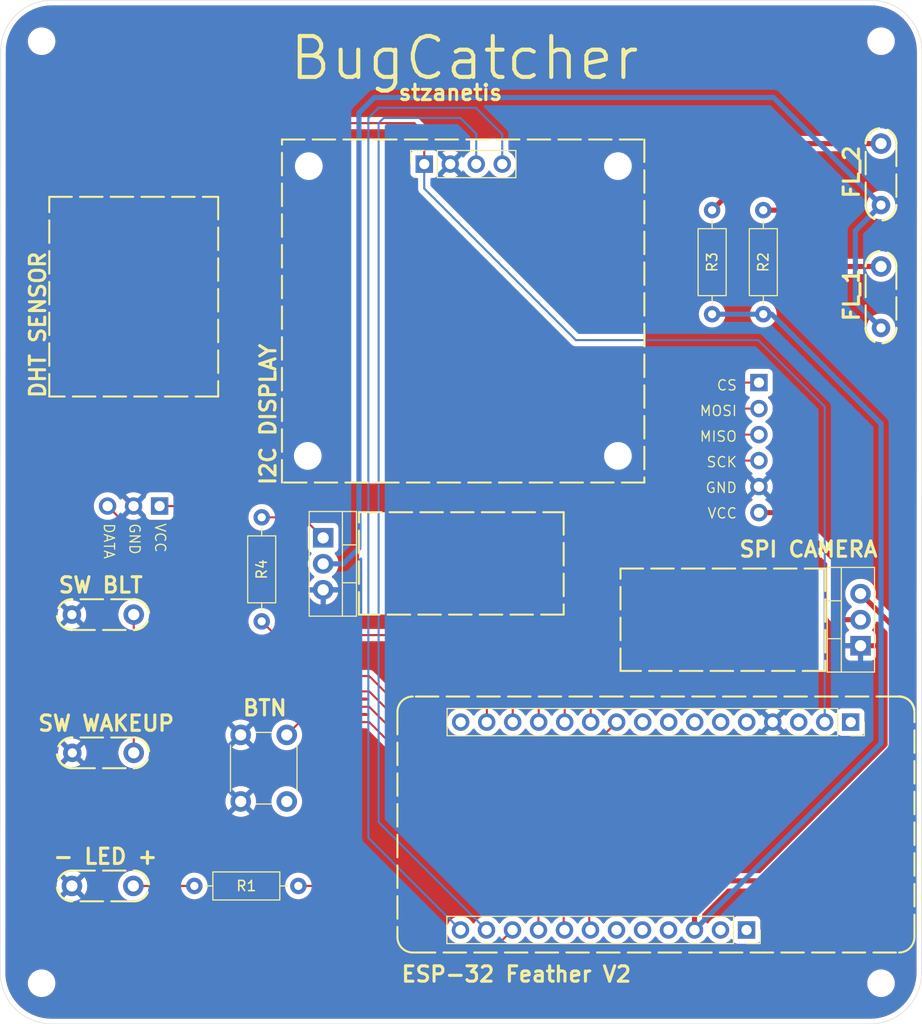
<source format=kicad_pcb>
(kicad_pcb (version 20241229) (generator "pcbnew") (generator_version "9.0")
  (layers (0 "F.Cu" signal) (2 "B.Cu" signal) (13 "F.Paste" user) (15 "B.Paste" user) (5 "F.SilkS" user "F.Silkscreen") (7 "B.SilkS" user "B.Silkscreen") (1 "F.Mask" user) (3 "B.Mask" user) (25 "Edge.Cuts" user))
  (net 0 "")
  (net 1 "GND")
  (net 2 "VCC")
  (net 3 "SCK")
  (net 4 "MISO")
  (net 5 "MOSI")
  (net 6 "CS")
  (net 7 "DATA")
  (net 8 "SCL")
  (net 9 "SDA")
  (net 10 "LED")
  (net 11 "SW_WAKEUP")
  (net 12 "SW_BLT")
  (net 13 "BTN_MEASURE")
  (net 14 "FLASH")
  (net 15 "FLASH_0")
  (net 16 "DRAIN")
  (net 17 "GATE")
  (net 18 "LED_0")
  (net 19 "VIN")
  (net 20 "GATE_0")
  (net 21 "CAMERA_VCC")
  (footprint "MountingHole:MountingHole_2.2mm_M2" (layer "F.Cu") (at 139.1 60.7)
    (property "Reference" "REF**" (hide yes))
    (property "Value" "MountingHole_2.2mm_M2" (hide yes))
    (pad "" np_thru_hole circle (at 0 0) (size 2.2 2.2) (drill 2.2) (layers "*.Cu" "*.Mask"))
  )
  (footprint "Package_TO_SOT_THT:TO-220-3_Vertical" (layer "F.Cu") (at 140.5 97 -90)
    (property "Reference" "Q2" (hide yes))
    (property "Value" "TIP120" (hide yes))
    (fp_line (start -2.57 1.36) (end -2.57 -3.26) (stroke (width 0.12)) (layer "F.SilkS"))
    (fp_line (start 7.65 1.36) (end -2.57 1.36) (stroke (width 0.12)) (layer "F.SilkS"))
    (fp_line (start -2.57 -1.88) (end 7.65 -1.88) (stroke (width 0.12)) (layer "F.SilkS"))
    (fp_line (start -2.57 -3.26) (end 7.65 -3.26) (stroke (width 0.12)) (layer "F.SilkS"))
    (fp_line (start 0.69 -3.26) (end 0.69 -1.88) (stroke (width 0.12)) (layer "F.SilkS"))
    (fp_line (start 4.39 -3.26) (end 4.39 -1.88) (stroke (width 0.12)) (layer "F.SilkS"))
    (fp_line (start 7.65 -3.26) (end 7.65 1.36) (stroke (width 0.12)) (layer "F.SilkS"))
    (pad "1" thru_hole rect (at 0 0 270) (size 1.905 2) (drill 1.1) (layers "*.Cu" "*.Mask") (net 20 "GATE_0"))
    (pad "2" thru_hole oval (at 2.54 0 270) (size 1.905 2) (drill 1.1) (layers "*.Cu" "*.Mask") (net 16 "DRAIN"))
    (pad "3" thru_hole oval (at 5.08 0 270) (size 1.905 2) (drill 1.1) (layers "*.Cu" "*.Mask") (net 1 "GND"))
  )
  (footprint "" (layer "F.Cu") (at 116 118)
    (property "Reference" "" (at 0 0 0) (layer "F.SilkS") (effects (font (size 1.27 1.27))))
    (property "Value" "")
    (pad "2" thru_hole circle (at 0 0 270) (size 1.8 1.8) (drill 0.9) (layers "*.Cu" "*.Mask") (net 1 "GND"))
  )
  (footprint "" (layer "F.Cu") (at 121.96 131)
    (property "Reference" "" (at 0 0 0) (layer "F.SilkS") (effects (font (size 1.27 1.27))))
    (property "Value" "")
    (pad "1" thru_hole circle (at 0 0) (size 2 2) (drill 1.1) (layers "*.Cu" "*.Mask") (net 18 "LED_0"))
  )
  (footprint "" (layer "F.Cu") (at 195 76.5 90)
    (property "Reference" "" (at 0 0 90) (layer "F.SilkS") (effects (font (size 1.27 1.27))))
    (property "Value" "")
    (pad "2" thru_hole circle (at 0 0) (size 1.8 1.8) (drill 0.9) (layers "*.Cu" "*.Mask") (net 16 "DRAIN"))
  )
  (footprint "MountingHole:MountingHole_2.2mm_M2_DIN965" (layer "F.Cu") (at 113 48.5)
    (property "Reference" "REF**" (hide yes))
    (property "Value" "MountingHole_2.2mm_M2_DIN965" (hide yes))
    (pad "" np_thru_hole circle (at 0 0) (size 2.2 2.2) (drill 2.2) (layers "*.Cu" "*.Mask"))
  )
  (footprint "Package_TO_SOT_THT:TO-220-3_Vertical" (layer "F.Cu") (at 193 107.54 90)
    (property "Reference" "REF**" (hide yes))
    (property "Value" "LD1117" (hide yes))
    (fp_line (start 7.65 -3.26) (end 7.65 1.36) (stroke (width 0.12)) (layer "F.SilkS"))
    (fp_line (start 4.39 -3.26) (end 4.39 -1.88) (stroke (width 0.12)) (layer "F.SilkS"))
    (fp_line (start 0.69 -3.26) (end 0.69 -1.88) (stroke (width 0.12)) (layer "F.SilkS"))
    (fp_line (start -2.57 -3.26) (end 7.65 -3.26) (stroke (width 0.12)) (layer "F.SilkS"))
    (fp_line (start -2.57 -1.88) (end 7.65 -1.88) (stroke (width 0.12)) (layer "F.SilkS"))
    (fp_line (start 7.65 1.36) (end -2.57 1.36) (stroke (width 0.12)) (layer "F.SilkS"))
    (fp_line (start -2.57 1.36) (end -2.57 -3.26) (stroke (width 0.12)) (layer "F.SilkS"))
    (pad "1" thru_hole rect (at 0 0 90) (size 1.905 2) (drill 1.1) (layers "*.Cu" "*.Mask") (net 1 "GND"))
    (pad "2" thru_hole oval (at 2.54 0 90) (size 1.905 2) (drill 1.1) (layers "*.Cu" "*.Mask") (net 21 "CAMERA_VCC"))
    (pad "3" thru_hole oval (at 5.08 0 90) (size 1.905 2) (drill 1.1) (layers "*.Cu" "*.Mask") (net 19 "VIN"))
  )
  (footprint "MountingHole:MountingHole_2.2mm_M2" (layer "F.Cu") (at 169.3 89)
    (property "Reference" "REF**" (hide yes))
    (property "Value" "MountingHole_2.2mm_M2" (hide yes))
    (pad "" np_thru_hole circle (at 0 0) (size 2.2 2.2) (drill 2.2) (layers "*.Cu" "*.Mask"))
  )
  (footprint "Resistor_THT:R_Axial_DIN0207_L6.3mm_D2.5mm_P10.16mm_Horizontal" (layer "F.Cu") (at 178.5 65 -90)
    (property "Reference" "REF**" (hide yes))
    (property "Value" "R_Axial_DIN0207_L6.3mm_D2.5mm_P10.16mm_Horizontal" (hide yes))
    (fp_line (start 1.04 0) (end 1.81 0) (stroke (width 0.12)) (layer "F.SilkS"))
    (fp_line (start 9.12 0) (end 8.35 0) (stroke (width 0.12)) (layer "F.SilkS"))
    (fp_rect (start 1.81 -1.37) (end 8.35 1.37) (stroke (width 0.12)) (fill no) (layer "F.SilkS"))
    (fp_text user "R3" (at 5.08 0 90) (layer "F.SilkS"))
    (pad "1" thru_hole circle (at 0 0 270) (size 1.6 1.6) (drill 0.8) (layers "*.Cu" "*.Mask") (net 15 "FLASH_0"))
    (pad "2" thru_hole circle (at 10.16 0 270) (size 1.6 1.6) (drill 0.8) (layers "*.Cu" "*.Mask") (net 19 "VIN"))
  )
  (footprint "" (layer "F.Cu") (at 115.96 131)
    (property "Reference" "" (at 0 0 0) (layer "F.SilkS") (effects (font (size 1.27 1.27))))
    (property "Value" "")
    (pad "2" thru_hole circle (at 0 0) (size 2 2) (drill 1.1) (layers "*.Cu" "*.Mask") (net 1 "GND"))
  )
  (footprint "Button_Switch_THT:SW_PUSH_6mm" (layer "F.Cu") (at 136.95 116.25 -90)
    (property "Reference" "REF**" (hide yes))
    (property "Value" "BTN_BLT" (hide yes))
    (fp_line (start 1 5.5) (end 5.5 5.5) (stroke (width 0.12)) (layer "F.SilkS"))
    (fp_line (start 6.75 3) (end 6.75 1.5) (stroke (width 0.12)) (layer "F.SilkS"))
    (fp_line (start -0.25 1.5) (end -0.25 3) (stroke (width 0.12)) (layer "F.SilkS"))
    (fp_line (start 5.5 -1) (end 1 -1) (stroke (width 0.12)) (layer "F.SilkS"))
    (pad "1" thru_hole circle (at 0 0) (size 2 2) (drill 1.1) (layers "*.Cu" "*.Mask") (net 13 "BTN_MEASURE"))
    (pad "1" thru_hole circle (at 6.5 0) (size 2 2) (drill 1.1) (layers "*.Cu" "*.Mask"))
    (pad "2" thru_hole circle (at 0 4.5) (size 2 2) (drill 1.1) (layers "*.Cu" "*.Mask") (net 1 "GND"))
    (pad "2" thru_hole circle (at 6.5 4.5) (size 2 2) (drill 1.1) (layers "*.Cu" "*.Mask") (net 1 "GND"))
  )
  (footprint "" (layer "F.Cu") (at 115.96 104.5)
    (property "Reference" "" (at 0 0 0) (layer "F.SilkS") (effects (font (size 1.27 1.27))))
    (property "Value" "")
    (pad "2" thru_hole circle (at 0 0 270) (size 1.8 1.8) (drill 0.9) (layers "*.Cu" "*.Mask") (net 1 "GND"))
  )
  (footprint "Connector_PinSocket_2.54mm:PinSocket_1x03_P2.54mm_Horizontal" (layer "F.Cu") (at 124.525 93.9 -90)
    (property "Reference" "REF**" (hide yes))
    (property "Value" "PinSocket_1x03_P2.54mm_Horizontal" (hide yes))
    (pad "1" thru_hole rect (at 0 0 270) (size 1.7 1.7) (drill 1) (layers "*.Cu" "*.Mask") (net 2 "VCC"))
    (pad "2" thru_hole circle (at 0 2.54 270) (size 1.7 1.7) (drill 1) (layers "*.Cu" "*.Mask") (net 1 "GND"))
    (pad "3" thru_hole circle (at 0 5.08 270) (size 1.7 1.7) (drill 1) (layers "*.Cu" "*.Mask") (net 7 "DATA"))
  )
  (footprint "MountingHole:MountingHole_2.2mm_M2_DIN965" (layer "F.Cu") (at 113 140.5)
    (property "Reference" "REF**" (hide yes))
    (property "Value" "MountingHole_2.2mm_M2_DIN965" (hide yes))
    (pad "" np_thru_hole circle (at 0 0) (size 2.2 2.2) (drill 2.2) (layers "*.Cu" "*.Mask"))
  )
  (footprint "Connector_PinSocket_2.54mm:PinSocket_1x16_P2.54mm_Vertical" (layer "F.Cu") (at 192.04 115 -90)
    (property "Reference" "REF**" (hide yes))
    (property "Value" "PinSocket_1x16_P2.54mm_Vertical" (hide yes))
    (fp_line (start -1.33 39.43) (end 1.33 39.43) (stroke (width 0.12)) (layer "F.SilkS"))
    (fp_line (start -1.33 1.27) (end -1.33 39.43) (stroke (width 0.12)) (layer "F.SilkS"))
    (fp_line (start -1.33 1.27) (end 1.33 1.27) (stroke (width 0.12)) (layer "F.SilkS"))
    (fp_line (start 1.33 1.27) (end 1.33 39.43) (stroke (width 0.12)) (layer "F.SilkS"))
    (fp_line (start 0 -1.33) (end 1.33 -1.33) (stroke (width 0.12)) (layer "F.SilkS"))
    (fp_line (start 1.33 -1.33) (end 1.33 0) (stroke (width 0.12)) (layer "F.SilkS"))
    (pad "1" thru_hole rect (at 0 0 270) (size 1.7 1.7) (drill 1) (layers "*.Cu" "*.Mask"))
    (pad "2" thru_hole circle (at 0 2.54 270) (size 1.7 1.7) (drill 1) (layers "*.Cu" "*.Mask") (net 2 "VCC"))
    (pad "3" thru_hole circle (at 0 5.08 270) (size 1.7 1.7) (drill 1) (layers "*.Cu" "*.Mask"))
    (pad "4" thru_hole circle (at 0 7.62 270) (size 1.7 1.7) (drill 1) (layers "*.Cu" "*.Mask") (net 1 "GND"))
    (pad "5" thru_hole circle (at 0 10.16 270) (size 1.7 1.7) (drill 1) (layers "*.Cu" "*.Mask"))
    (pad "6" thru_hole circle (at 0 12.7 270) (size 1.7 1.7) (drill 1) (layers "*.Cu" "*.Mask"))
    (pad "7" thru_hole circle (at 0 15.24 270) (size 1.7 1.7) (drill 1) (layers "*.Cu" "*.Mask"))
    (pad "8" thru_hole circle (at 0 17.78 270) (size 1.7 1.7) (drill 1) (layers "*.Cu" "*.Mask"))
    (pad "9" thru_hole circle (at 0 20.32 270) (size 1.7 1.7) (drill 1) (layers "*.Cu" "*.Mask"))
    (pad "10" thru_hole circle (at 0 22.86 270) (size 1.7 1.7) (drill 1) (layers "*.Cu" "*.Mask") (net 7 "DATA"))
    (pad "11" thru_hole circle (at 0 25.4 270) (size 1.7 1.7) (drill 1) (layers "*.Cu" "*.Mask") (net 3 "SCK"))
    (pad "12" thru_hole circle (at 0 27.94 270) (size 1.7 1.7) (drill 1) (layers "*.Cu" "*.Mask") (net 4 "MISO"))
    (pad "13" thru_hole circle (at 0 30.48 270) (size 1.7 1.7) (drill 1) (layers "*.Cu" "*.Mask") (net 5 "MOSI"))
    (pad "14" thru_hole circle (at 0 33.02 270) (size 1.7 1.7) (drill 1) (layers "*.Cu" "*.Mask") (net 6 "CS"))
    (pad "15" thru_hole circle (at 0 35.56 270) (size 1.7 1.7) (drill 1) (layers "*.Cu" "*.Mask") (net 17 "GATE"))
    (pad "16" thru_hole circle (at 0 38.1 270) (size 1.7 1.7) (drill 1) (layers "*.Cu" "*.Mask"))
  )
  (footprint "Resistor_THT:R_Axial_DIN0207_L6.3mm_D2.5mm_P10.16mm_Horizontal" (layer "F.Cu") (at 183.5 65 -90)
    (property "Reference" "REF**" (hide yes))
    (property "Value" "R_Axial_DIN0207_L6.3mm_D2.5mm_P10.16mm_Horizontal" (hide yes))
    (fp_line (start 1.04 0) (end 1.81 0) (stroke (width 0.12)) (layer "F.SilkS"))
    (fp_line (start 9.12 0) (end 8.35 0) (stroke (width 0.12)) (layer "F.SilkS"))
    (fp_rect (start 1.81 -1.37) (end 8.35 1.37) (stroke (width 0.12)) (fill no) (layer "F.SilkS"))
    (fp_text user "R2" (at 5.08 0 90) (layer "F.SilkS"))
    (pad "1" thru_hole circle (at 0 0 270) (size 1.6 1.6) (drill 0.8) (layers "*.Cu" "*.Mask") (net 14 "FLASH"))
    (pad "2" thru_hole circle (at 10.16 0 270) (size 1.6 1.6) (drill 0.8) (layers "*.Cu" "*.Mask") (net 19 "VIN"))
  )
  (footprint "MountingHole:MountingHole_2.2mm_M2" (layer "F.Cu") (at 169.3 60.7)
    (property "Reference" "REF**" (hide yes))
    (property "Value" "MountingHole_2.2mm_M2" (hide yes))
    (pad "" np_thru_hole circle (at 0 0) (size 2.2 2.2) (drill 2.2) (layers "*.Cu" "*.Mask"))
  )
  (footprint "MountingHole:MountingHole_2.2mm_M2_DIN965" (layer "F.Cu") (at 195 140.5)
    (property "Reference" "REF**" (hide yes))
    (property "Value" "MountingHole_2.2mm_M2_DIN965" (hide yes))
    (pad "" np_thru_hole circle (at 0 0) (size 2.2 2.2) (drill 2.2) (layers "*.Cu" "*.Mask"))
  )
  (footprint "MountingHole:MountingHole_2.2mm_M2_DIN965" (layer "F.Cu") (at 195 48.5)
    (property "Reference" "REF**" (hide yes))
    (property "Value" "MountingHole_2.2mm_M2_DIN965" (hide yes))
    (pad "" np_thru_hole circle (at 0 0) (size 2.2 2.2) (drill 2.2) (layers "*.Cu" "*.Mask"))
  )
  (footprint "Resistor_THT:R_Axial_DIN0207_L6.3mm_D2.5mm_P10.16mm_Horizontal" (layer "F.Cu") (at 134.5 95 -90)
    (property "Reference" "REF**" (hide yes))
    (property "Value" "R_Axial_DIN0207_L6.3mm_D2.5mm_P10.16mm_Horizontal" (hide yes))
    (fp_line (start 1.04 0) (end 1.81 0) (stroke (width 0.12)) (layer "F.SilkS"))
    (fp_line (start 9.12 0) (end 8.35 0) (stroke (width 0.12)) (layer "F.SilkS"))
    (fp_rect (start 1.81 -1.37) (end 8.35 1.37) (stroke (width 0.12)) (fill no) (layer "F.SilkS"))
    (fp_text user "R4" (at 5.08 0 90) (layer "F.SilkS"))
    (pad "1" thru_hole circle (at 0 0 270) (size 1.6 1.6) (drill 0.8) (layers "*.Cu" "*.Mask") (net 20 "GATE_0"))
    (pad "2" thru_hole circle (at 10.16 0 270) (size 1.6 1.6) (drill 0.8) (layers "*.Cu" "*.Mask") (net 17 "GATE"))
  )
  (footprint "" (layer "F.Cu") (at 122 104.5)
    (property "Reference" "" (at 0 0 0) (layer "F.SilkS") (effects (font (size 1.27 1.27))))
    (property "Value" "")
    (pad "1" thru_hole circle (at 0 0) (size 2 2) (drill 1.1) (layers "*.Cu" "*.Mask") (net 12 "SW_BLT"))
  )
  (footprint "MountingHole:MountingHole_2.2mm_M2" (layer "F.Cu") (at 139 89)
    (property "Reference" "REF**" (hide yes))
    (property "Value" "MountingHole_2.2mm_M2" (hide yes))
    (pad "" np_thru_hole circle (at 0 0) (size 2.2 2.2) (drill 2.2) (layers "*.Cu" "*.Mask"))
  )
  (footprint "Resistor_THT:R_Axial_DIN0207_L6.3mm_D2.5mm_P10.16mm_Horizontal" (layer "F.Cu") (at 127.92 131)
    (property "Reference" "REF**" (hide yes))
    (property "Value" "R_Axial_DIN0207_L6.3mm_D2.5mm_P10.16mm_Horizontal" (hide yes))
    (fp_line (start 1.04 0) (end 1.81 0) (stroke (width 0.12)) (layer "F.SilkS"))
    (fp_line (start 9.12 0) (end 8.35 0) (stroke (width 0.12)) (layer "F.SilkS"))
    (fp_rect (start 1.81 -1.37) (end 8.35 1.37) (stroke (width 0.12)) (fill no) (layer "F.SilkS"))
    (fp_text user "R1" (at 5.08 0 0) (layer "F.SilkS"))
    (pad "1" thru_hole circle (at 0 0) (size 1.6 1.6) (drill 0.8) (layers "*.Cu" "*.Mask") (net 18 "LED_0"))
    (pad "2" thru_hole circle (at 10.16 0) (size 1.6 1.6) (drill 0.8) (layers "*.Cu" "*.Mask") (net 10 "LED"))
  )
  (footprint "Connector_PinSocket_2.54mm:PinSocket_1x04_P2.54mm_Vertical" (layer "F.Cu") (at 150.38 60.5 90)
    (property "Reference" "REF**" (hide yes))
    (property "Value" "PinSocket_1x04_P2.54mm_Vertical" (hide yes))
    (fp_line (start 1.33 -1.33) (end 1.33 0) (stroke (width 0.12)) (layer "F.SilkS"))
    (fp_line (start 0 -1.33) (end 1.33 -1.33) (stroke (width 0.12)) (layer "F.SilkS"))
    (fp_line (start 1.33 1.27) (end 1.33 8.95) (stroke (width 0.12)) (layer "F.SilkS"))
    (fp_line (start -1.33 1.27) (end 1.33 1.27) (stroke (width 0.12)) (layer "F.SilkS"))
    (fp_line (start -1.33 1.27) (end -1.33 8.95) (stroke (width 0.12)) (layer "F.SilkS"))
    (fp_line (start -1.33 8.95) (end 1.33 8.95) (stroke (width 0.12)) (layer "F.SilkS"))
    (pad "1" thru_hole rect (at 0 0 90) (size 1.7 1.7) (drill 1) (layers "*.Cu" "*.Mask" "Eco1.User") (net 2 "VCC"))
    (pad "2" thru_hole circle (at 0 2.54 90) (size 1.7 1.7) (drill 1) (layers "*.Cu" "*.Mask") (net 1 "GND"))
    (pad "3" thru_hole circle (at 0 5.08 90) (size 1.7 1.7) (drill 1) (layers "*.Cu" "*.Mask") (net 8 "SCL"))
    (pad "4" thru_hole circle (at 0 7.62 90) (size 1.7 1.7) (drill 1) (layers "*.Cu" "*.Mask") (net 9 "SDA"))
  )
  (footprint "" (layer "F.Cu") (at 195 70.5 90)
    (property "Reference" "" (at 0 0 90) (layer "F.SilkS") (effects (font (size 1.27 1.27))))
    (property "Value" "")
    (pad "1" thru_hole circle (at 0 0 90) (size 2 2) (drill 1.1) (layers "*.Cu" "*.Mask") (net 14 "FLASH"))
  )
  (footprint "" (layer "F.Cu") (at 122 118)
    (property "Reference" "" (at 0 0 0) (layer "F.SilkS") (effects (font (size 1.27 1.27))))
    (property "Value" "")
    (pad "1" thru_hole circle (at 0 0) (size 2 2) (drill 1.1) (layers "*.Cu" "*.Mask") (net 11 "SW_WAKEUP"))
  )
  (footprint "" (layer "F.Cu") (at 195 64.5 90)
    (property "Reference" "" (at 0 0 90) (layer "F.SilkS") (effects (font (size 1.27 1.27))))
    (property "Value" "")
    (pad "2" thru_hole circle (at 0 0) (size 1.8 1.8) (drill 0.9) (layers "*.Cu" "*.Mask") (net 16 "DRAIN"))
  )
  (footprint "Connector_PinSocket_2.54mm:PinSocket_1x12_P2.54mm_Vertical" (layer "F.Cu") (at 181.86 135.3 -90)
    (property "Reference" "REF**" (hide yes))
    (property "Value" "PinSocket_1x12_P2.54mm_Vertical" (hide yes))
    (fp_line (start -1.33 29.27) (end 1.33 29.27) (stroke (width 0.12)) (layer "F.SilkS"))
    (fp_line (start -1.33 1.27) (end -1.33 29.27) (stroke (width 0.12)) (layer "F.SilkS"))
    (fp_line (start -1.33 1.27) (end 1.33 1.27) (stroke (width 0.12)) (layer "F.SilkS"))
    (fp_line (start 1.33 1.27) (end 1.33 29.27) (stroke (width 0.12)) (layer "F.SilkS"))
    (fp_line (start 0 -1.33) (end 1.33 -1.33) (stroke (width 0.12)) (layer "F.SilkS"))
    (fp_line (start 1.33 -1.33) (end 1.33 0) (stroke (width 0.12)) (layer "F.SilkS"))
    (pad "1" thru_hole rect (at 0 0 270) (size 1.7 1.7) (drill 1) (layers "*.Cu" "*.Mask"))
    (pad "2" thru_hole circle (at 0 2.54 270) (size 1.7 1.7) (drill 1) (layers "*.Cu" "*.Mask"))
    (pad "3" thru_hole circle (at 0 5.08 270) (size 1.7 1.7) (drill 1) (layers "*.Cu" "*.Mask") (net 19 "VIN"))
    (pad "4" thru_hole circle (at 0 7.62 270) (size 1.7 1.7) (drill 1) (layers "*.Cu" "*.Mask"))
    (pad "5" thru_hole circle (at 0 10.16 270) (size 1.7 1.7) (drill 1) (layers "*.Cu" "*.Mask"))
    (pad "6" thru_hole circle (at 0 12.7 270) (size 1.7 1.7) (drill 1) (layers "*.Cu" "*.Mask"))
    (pad "7" thru_hole circle (at 0 15.24 270) (size 1.7 1.7) (drill 1) (layers "*.Cu" "*.Mask") (net 12 "SW_BLT"))
    (pad "8" thru_hole circle (at 0 17.78 270) (size 1.7 1.7) (drill 1) (layers "*.Cu" "*.Mask") (net 11 "SW_WAKEUP"))
    (pad "9" thru_hole circle (at 0 20.32 270) (size 1.7 1.7) (drill 1) (layers "*.Cu" "*.Mask") (net 13 "BTN_MEASURE"))
    (pad "10" thru_hole circle (at 0 22.86 270) (size 1.7 1.7) (drill 1) (layers "*.Cu" "*.Mask") (net 10 "LED"))
    (pad "11" thru_hole circle (at 0 25.4 270) (size 1.7 1.7) (drill 1) (layers "*.Cu" "*.Mask") (net 8 "SCL"))
    (pad "12" thru_hole circle (at 0 27.94 270) (size 1.7 1.7) (drill 1) (layers "*.Cu" "*.Mask") (net 9 "SDA"))
  )
  (footprint "Connector_PinHeader_2.54mm:PinHeader_1x06_P2.54mm_Horizontal" (layer "F.Cu") (at 183.075 81.84)
    (property "Reference" "REF**" (hide yes))
    (property "Value" "PinHeader_1x06_P2.54mm_Horizontal" (hide yes))
    (pad "1" thru_hole rect (at 0 0) (size 1.7 1.7) (drill 1) (layers "*.Cu" "*.Mask") (net 6 "CS"))
    (pad "2" thru_hole circle (at 0 2.54) (size 1.7 1.7) (drill 1) (layers "*.Cu" "*.Mask") (net 5 "MOSI"))
    (pad "3" thru_hole circle (at 0 5.08) (size 1.7 1.7) (drill 1) (layers "*.Cu" "*.Mask") (net 4 "MISO"))
    (pad "4" thru_hole circle (at 0 7.62) (size 1.7 1.7) (drill 1) (layers "*.Cu" "*.Mask") (net 3 "SCK"))
    (pad "5" thru_hole circle (at 0 10.16) (size 1.7 1.7) (drill 1) (layers "*.Cu" "*.Mask") (net 1 "GND"))
    (pad "6" thru_hole circle (at 0 12.7) (size 1.7 1.7) (drill 1) (layers "*.Cu" "*.Mask") (net 21 "CAMERA_VCC"))
  )
  (footprint "" (layer "F.Cu") (at 195 58.5 90)
    (property "Reference" "" (at 0 0 90) (layer "F.SilkS") (effects (font (size 1.27 1.27))))
    (property "Value" "")
    (pad "1" thru_hole circle (at 0 0 90) (size 2 2) (drill 1.1) (layers "*.Cu" "*.Mask") (net 15 "FLASH_0"))
  )
  (gr_line (start 196.76 112.5) (end 149.26 112.5) (stroke (width 0.2) (type dash)) (layer "F.SilkS"))
  (gr_line (start 196.5 70.5) (end 196.5 76.5) (stroke (width 0.2) (type dash)) (layer "F.SilkS"))
  (gr_rect (start 144 94.5) (end 164 104.5) (stroke (width 0.2) (type dash)) (fill no) (layer "F.SilkS"))
  (gr_line (start 149.26 137.5) (end 196.76 137.5) (stroke (width 0.2) (type dash)) (layer "F.SilkS"))
  (gr_rect (start 169.55 100) (end 189.55 110) (stroke (width 0.2) (type dash)) (fill no) (layer "F.SilkS"))
  (gr_arc (start 122 129.5) (mid 123.5 131) (end 122 132.5) (stroke (width 0.2) (type dash)) (layer "F.SilkS"))
  (gr_line (start 198.26 136) (end 198.26 114) (stroke (width 0.2) (type dash)) (layer "F.SilkS"))
  (gr_arc (start 196.76 112.5) (mid 197.82066 112.93934) (end 198.26 114) (stroke (width 0.2) (type dash)) (layer "F.SilkS"))
  (gr_line (start 122 116.5) (end 116 116.5) (stroke (width 0.2) (type dash)) (layer "F.SilkS"))
  (gr_line (start 147.76 114) (end 147.76 136) (stroke (width 0.2) (type dash)) (layer "F.SilkS"))
  (gr_arc (start 122 103) (mid 123.5 104.5) (end 122 106) (stroke (width 0.2) (type dash)) (layer "F.SilkS"))
  (gr_arc (start 196.5 64.5) (mid 195 66) (end 193.5 64.5) (stroke (width 0.2) (type dash)) (layer "F.SilkS"))
  (gr_arc (start 122 116.5) (mid 123.5 118) (end 122 119.5) (stroke (width 0.2) (type dash)) (layer "F.SilkS"))
  (gr_arc (start 147.76 114) (mid 148.19934 112.93934) (end 149.26 112.5) (stroke (width 0.2)) (layer "F.SilkS"))
  (gr_arc (start 193.5 58.5) (mid 195 57) (end 196.5 58.5) (stroke (width 0.2) (type dash)) (layer "F.SilkS"))
  (gr_line (start 116 129.5) (end 122 129.5) (stroke (width 0.2) (type dash)) (layer "F.SilkS"))
  (gr_line (start 193.5 64.5) (end 193.5 58.5) (stroke (width 0.2) (type dash)) (layer "F.SilkS"))
  (gr_arc (start 149.26 137.5) (mid 148.19934 137.06066) (end 147.76 136) (stroke (width 0.2)) (layer "F.SilkS"))
  (gr_arc (start 196.5 76.5) (mid 195 78) (end 193.5 76.5) (stroke (width 0.2) (type dash)) (layer "F.SilkS"))
  (gr_line (start 193.5 76.5) (end 193.5 70.5) (stroke (width 0.2) (type dash)) (layer "F.SilkS"))
  (gr_line (start 116 106) (end 122 106) (stroke (width 0.2) (type dash)) (layer "F.SilkS"))
  (gr_line (start 122 103) (end 116 103) (stroke (width 0.2) (type dash)) (layer "F.SilkS"))
  (gr_arc (start 116 106) (mid 114.5 104.5) (end 116 103) (stroke (width 0.2) (type dash)) (layer "F.SilkS"))
  (gr_rect (start 113.75 63.7) (end 130.25 83.2) (stroke (width 0.2) (type dash)) (fill no) (layer "F.SilkS"))
  (gr_arc (start 193.5 70.5) (mid 195 69) (end 196.5 70.5) (stroke (width 0.2) (type dash)) (layer "F.SilkS"))
  (gr_arc (start 116 119.5) (mid 114.5 118) (end 116 116.5) (stroke (width 0.2) (type dash)) (layer "F.SilkS"))
  (gr_line (start 116 119.5) (end 122 119.5) (stroke (width 0.2) (type dash)) (layer "F.SilkS"))
  (gr_line (start 196.5 58.5) (end 196.5 64.5) (stroke (width 0.2) (type dash)) (layer "F.SilkS"))
  (gr_arc (start 116 132.5) (mid 114.5 131) (end 116 129.5) (stroke (width 0.2) (type dash)) (layer "F.SilkS"))
  (gr_arc (start 198.26 136) (mid 197.82066 137.06066) (end 196.76 137.5) (stroke (width 0.2)) (layer "F.SilkS"))
  (gr_rect (start 136.48 58.1) (end 171.88 91.6) (stroke (width 0.2) (type dash)) (fill no) (layer "F.SilkS"))
  (gr_line (start 122 132.5) (end 116 132.5) (stroke (width 0.2) (type dash)) (layer "F.SilkS"))
  (gr_line (start 198.96 139) (end 199 49.5) (stroke (width 0.05)) (layer "Edge.Cuts"))
  (gr_line (start 109 49.5) (end 108.96 139) (stroke (width 0.05)) (layer "Edge.Cuts"))
  (gr_arc (start 113.96 144.464466) (mid 110.424466 143) (end 108.96 139.464466) (stroke (width 0.05)) (layer "Edge.Cuts"))
  (gr_arc (start 198.964466 139.464466) (mid 197.5 143) (end 193.964466 144.464466) (stroke (width 0.05)) (layer "Edge.Cuts"))
  (gr_line (start 194 44.5) (end 114 44.5) (stroke (width 0.05)) (layer "Edge.Cuts"))
  (gr_line (start 108.96 139.464466) (end 108.96 139) (stroke (width 0.05)) (layer "Edge.Cuts"))
  (gr_arc (start 194 44.5) (mid 197.535534 45.964466) (end 199 49.5) (stroke (width 0.05)) (layer "Edge.Cuts"))
  (gr_arc (start 109 49.5) (mid 110.464466 45.964466) (end 114 44.5) (stroke (width 0.05)) (layer "Edge.Cuts"))
  (gr_line (start 198.964465 139.464466) (end 198.96 139) (stroke (width 0.05)) (layer "Edge.Cuts"))
  (gr_line (start 113.96 144.464466) (end 193.9645 144.464466) (stroke (width 0.05)) (layer "Edge.Cuts"))
  (gr_text "SCK" (at 181 90.19 0) (layer "F.SilkS") (effects (font (size 1 1) (thickness 0.125)) (justify right bottom)))
  (gr_text "FL_2" (at 193 64 90) (layer "F.SilkS") (effects (font (size 1.5 1.5) (thickness 0.3) (bold yes)) (justify left bottom)))
  (gr_text "DHT SENSOR" (at 113.5 83.5 90) (layer "F.SilkS") (effects (font (size 1.5 1.5) (thickness 0.3) (bold yes)) (justify left bottom)))
  (gr_text "MOSI" (at 181 85.19 0) (layer "F.SilkS") (effects (font (size 1 1) (thickness 0.125)) (justify right bottom)))
  (gr_text "ESP-32 Feather V2" (at 148 140.5 0) (layer "F.SilkS") (effects (font (size 1.5 1.5) (thickness 0.3) (bold yes)) (justify left bottom)))
  (gr_text "VCC" (at 181 95.19 0) (layer "F.SilkS") (effects (font (size 1 1) (thickness 0.125)) (justify right bottom)))
  (gr_text "GND" (at 181 92.69 0) (layer "F.SilkS") (effects (font (size 1 1) (thickness 0.125)) (justify right bottom)))
  (gr_text "VCC" (at 124 95.5 270) (layer "F.SilkS") (effects (font (size 1 1) (thickness 0.125)) (justify left bottom)))
  (gr_text "SPI CAMERA" (at 181 99 0) (layer "F.SilkS") (effects (font (size 1.5 1.5) (thickness 0.3) (bold yes)) (justify left bottom)))
  (gr_text "- LED +" (at 114 129 0) (layer "F.SilkS") (effects (font (size 1.5 1.5) (thickness 0.3) (bold yes)) (justify left bottom)))
  (gr_text "MISO" (at 181 87.69 0) (layer "F.SilkS") (effects (font (size 1 1) (thickness 0.125)) (justify right bottom)))
  (gr_text "SW BLT" (at 114.5 102.5 0) (layer "F.SilkS") (effects (font (size 1.5 1.5) (thickness 0.3) (bold yes)) (justify left bottom)))
  (gr_text "SW WAKEUP" (at 112.5 116 0) (layer "F.SilkS") (effects (font (size 1.5 1.5) (thickness 0.3) (bold yes)) (justify left bottom)))
  (gr_text "FL_1" (at 193 76 90) (layer "F.SilkS") (effects (font (size 1.5 1.5) (thickness 0.3) (bold yes)) (justify left bottom)))
  (gr_text "DATA" (at 119 95.5 270) (layer "F.SilkS") (effects (font (size 1 1) (thickness 0.125)) (justify left bottom)))
  (gr_text "BugCatcher" (at 137 52.5 0) (layer "F.SilkS") (effects (font (size 4 4) (thickness 0.4)) (justify left bottom)))
  (gr_text "stzanetis" (at 147.7 54.4 0) (layer "F.SilkS") (effects (font (size 1.5 1.5) (thickness 0.3) (bold yes)) (justify left bottom)))
  (gr_text "GND" (at 121.5 95.5 270) (layer "F.SilkS") (effects (font (size 1 1) (thickness 0.125)) (justify left bottom)))
  (gr_text "BTN" (at 132.5 114.5 0) (layer "F.SilkS") (effects (font (size 1.5 1.5) (thickness 0.3) (bold yes)) (justify left bottom)))
  (gr_text "CS" (at 181 82.69 0) (layer "F.SilkS") (effects (font (size 1 1) (thickness 0.125)) (justify right bottom)))
  (gr_text "I2C DISPLAY" (at 136 92 90) (layer "F.SilkS") (effects (font (size 1.5 1.5) (thickness 0.3) (bold yes)) (justify left bottom)))
  (segment (start 116 104.54) (end 115.96 104.5) (width 0.2) (layer "F.Cu") (net 1))
  (segment (start 184.42 115) (end 184.42 114.92) (width 0.2) (layer "F.Cu") (net 1))
  (segment (start 115.96 118.04) (end 116 118) (width 0.2) (layer "F.Cu") (net 1))
  (segment (start 184.4 115.02) (end 184.42 115) (width 0.5) (layer "F.Cu") (net 1))
  (segment (start 136.5 56.5) (end 149.42 56.5) (width 0.2) (layer "F.Cu") (net 2))
  (segment (start 127.1 93.9) (end 134.5 86.5) (width 0.2) (layer "F.Cu") (net 2))
  (segment (start 150.38 60.5) (end 150.92 60.5) (width 0.2) (layer "F.Cu") (net 2))
  (segment (start 124.525 93.9) (end 127.1 93.9) (width 0.2) (layer "F.Cu") (net 2))
  (segment (start 149.42 56.5) (end 150.38 57.46) (width 0.2) (layer "F.Cu") (net 2))
  (segment (start 150.38 57.46) (end 150.38 61) (width 0.2) (layer "F.Cu") (net 2))
  (segment (start 134.5 86.5) (end 134.5 58.5) (width 0.2) (layer "F.Cu") (net 2))
  (segment (start 134.5 58.5) (end 136.5 56.5) (width 0.2) (layer "F.Cu") (net 2))
  (segment (start 150.38 60.5) (end 150.38 62.88) (width 0.2) (layer "B.Cu") (net 2))
  (segment (start 189.5 84.19) (end 189.5 114.19) (width 0.2) (layer "B.Cu") (net 2))
  (segment (start 165.19 77.69) (end 183 77.69) (width 0.2) (layer "B.Cu") (net 2))
  (segment (start 150.38 62.88) (end 165.19 77.69) (width 0.2) (layer "B.Cu") (net 2))
  (segment (start 183 77.69) (end 189.5 84.19) (width 0.2) (layer "B.Cu") (net 2))
  (segment (start 166.64 107.86) (end 168 106.5) (width 0.2) (layer "F.Cu") (net 3))
  (segment (start 166.64 115) (end 166.64 107.86) (width 0.2) (layer "F.Cu") (net 3))
  (segment (start 177.5 90) (end 178.04 89.46) (width 0.2) (layer "F.Cu") (net 3))
  (segment (start 175 95.5) (end 177.5 93) (width 0.2) (layer "F.Cu") (net 3))
  (segment (start 177.5 93) (end 177.5 90) (width 0.2) (layer "F.Cu") (net 3))
  (segment (start 172.5 95.5) (end 175 95.5) (width 0.2) (layer "F.Cu") (net 3))
  (segment (start 168 100) (end 172.5 95.5) (width 0.2) (layer "F.Cu") (net 3))
  (segment (start 168 106.5) (end 168 100) (width 0.2) (layer "F.Cu") (net 3))
  (segment (start 178.04 89.46) (end 183.075 89.46) (width 0.2) (layer "F.Cu") (net 3))
  (segment (start 167 106) (end 167 99) (width 0.2) (layer "F.Cu") (net 4))
  (segment (start 176.5 92.5) (end 176.5 88.5) (width 0.2) (layer "F.Cu") (net 4))
  (segment (start 171.5 94.5) (end 174.5 94.5) (width 0.2) (layer "F.Cu") (net 4))
  (segment (start 167 99) (end 171.5 94.5) (width 0.2) (layer "F.Cu") (net 4))
  (segment (start 176.5 88.5) (end 178.08 86.92) (width 0.2) (layer "F.Cu") (net 4))
  (segment (start 174.5 94.5) (end 176.5 92.5) (width 0.2) (layer "F.Cu") (net 4))
  (segment (start 164.1 115) (end 164.1 108.9) (width 0.2) (layer "F.Cu") (net 4))
  (segment (start 164.1 108.9) (end 167 106) (width 0.2) (layer "F.Cu") (net 4))
  (segment (start 178.08 86.92) (end 183.075 86.92) (width 0.2) (layer "F.Cu") (net 4))
  (segment (start 161.56 115) (end 161.56 109.94) (width 0.2) (layer "F.Cu") (net 5))
  (segment (start 175.5 87) (end 178.12 84.38) (width 0.2) (layer "F.Cu") (net 5))
  (segment (start 166 98) (end 170.5 93.5) (width 0.2) (layer "F.Cu") (net 5))
  (segment (start 166 105.5) (end 166 98) (width 0.2) (layer "F.Cu") (net 5))
  (segment (start 175.5 92) (end 175.5 87) (width 0.2) (layer "F.Cu") (net 5))
  (segment (start 174 93.5) (end 175.5 92) (width 0.2) (layer "F.Cu") (net 5))
  (segment (start 170.5 93.5) (end 174 93.5) (width 0.2) (layer "F.Cu") (net 5))
  (segment (start 178.12 84.38) (end 183.075 84.38) (width 0.2) (layer "F.Cu") (net 5))
  (segment (start 161.56 109.94) (end 166 105.5) (width 0.2) (layer "F.Cu") (net 5))
  (segment (start 159.02 110.48) (end 165 104.5) (width 0.2) (layer "F.Cu") (net 6))
  (segment (start 173.5 92.5) (end 174.5 91.5) (width 0.2) (layer "F.Cu") (net 6))
  (segment (start 165 104.5) (end 165 97) (width 0.2) (layer "F.Cu") (net 6))
  (segment (start 165 97) (end 169.5 92.5) (width 0.2) (layer "F.Cu") (net 6))
  (segment (start 169.5 92.5) (end 173.5 92.5) (width 0.2) (layer "F.Cu") (net 6))
  (segment (start 159.02 115) (end 159.02 110.48) (width 0.2) (layer "F.Cu") (net 6))
  (segment (start 178.16 81.84) (end 183.075 81.84) (width 0.2) (layer "F.Cu") (net 6))
  (segment (start 174.5 91.5) (end 174.5 85.5) (width 0.2) (layer "F.Cu") (net 6))
  (segment (start 174.5 85.5) (end 178.16 81.84) (width 0.2) (layer "F.Cu") (net 6))
  (segment (start 124 98.455) (end 119.445 93.9) (width 0.2) (layer "F.Cu") (net 7))
  (segment (start 166.68 117.5) (end 152 117.5) (width 0.2) (layer "F.Cu") (net 7))
  (segment (start 125.5 110.5) (end 124 109) (width 0.2) (layer "F.Cu") (net 7))
  (segment (start 169.18 115) (end 166.68 117.5) (width 0.2) (layer "F.Cu") (net 7))
  (segment (start 124 109) (end 124 98.455) (width 0.2) (layer "F.Cu") (net 7))
  (segment (start 142.7 110.5) (end 125.5 110.5) (width 0.2) (layer "F.Cu") (net 7))
  (segment (start 145 110.5) (end 142.7 110.5) (width 0.2) (layer "F.Cu") (net 7))
  (segment (start 152 117.5) (end 145 110.5) (width 0.2) (layer "F.Cu") (net 7))
  (segment (start 156.46 135.3) (end 145.92 124.76) (width 0.2) (layer "B.Cu") (net 8))
  (segment (start 153.92 56) (end 155.46 57.54) (width 0.2) (layer "B.Cu") (net 8))
  (segment (start 145.92 56.5) (end 146.42 56) (width 0.2) (layer "B.Cu") (net 8))
  (segment (start 155.42 60.46) (end 155.46 60.5) (width 0.2) (layer "B.Cu") (net 8))
  (segment (start 145.92 124.76) (end 145.92 56.5) (width 0.2) (layer "B.Cu") (net 8))
  (segment (start 146.42 56) (end 153.92 56) (width 0.2) (layer "B.Cu") (net 8))
  (segment (start 155.46 57.54) (end 155.46 61) (width 0.2) (layer "B.Cu") (net 8))
  (segment (start 144.92 56) (end 145.92 55) (width 0.2) (layer "B.Cu") (net 9))
  (segment (start 153.92 135.3) (end 144.92 126.3) (width 0.2) (layer "B.Cu") (net 9))
  (segment (start 145.92 55) (end 155.42 55) (width 0.2) (layer "B.Cu") (net 9))
  (segment (start 144.92 126.3) (end 144.92 56) (width 0.2) (layer "B.Cu") (net 9))
  (segment (start 158 57.58) (end 158 61) (width 0.2) (layer "B.Cu") (net 9))
  (segment (start 155.42 55) (end 158 57.58) (width 0.2) (layer "B.Cu") (net 9))
  (segment (start 148 138.5) (end 155.8 138.5) (width 0.2) (layer "F.Cu") (net 10))
  (segment (start 155.8 138.5) (end 159 135.3) (width 0.2) (layer "F.Cu") (net 10))
  (segment (start 140.5 131) (end 148 138.5) (width 0.2) (layer "F.Cu") (net 10))
  (segment (start 138.08 131) (end 140.5 131) (width 0.2) (layer "F.Cu") (net 10))
  (segment (start 122.6 113.5) (end 122 114.1) (width 0.2) (layer "F.Cu") (net 11))
  (segment (start 164.08 135.3) (end 164 135.22) (width 0.2) (layer "F.Cu") (net 11))
  (segment (start 144.5 113.5) (end 122.6 113.5) (width 0.2) (layer "F.Cu") (net 11))
  (segment (start 145 113.5) (end 144.5 113.5) (width 0.2) (layer "F.Cu") (net 11))
  (segment (start 122 114.1) (end 122 118) (width 0.2) (layer "F.Cu") (net 11))
  (segment (start 164 135.22) (end 164 132.5) (width 0.2) (layer "F.Cu") (net 11))
  (segment (start 164 132.5) (end 145 113.5) (width 0.2) (layer "F.Cu") (net 11))
  (segment (start 144.1 112) (end 123.3 112) (width 0.2) (layer "F.Cu") (net 12))
  (segment (start 166.62 135.3) (end 166.5 135.18) (width 0.2) (layer "F.Cu") (net 12))
  (segment (start 166.5 135.18) (end 166.5 133.5) (width 0.2) (layer "F.Cu") (net 12))
  (segment (start 145 112) (end 144.1 112) (width 0.2) (layer "F.Cu") (net 12))
  (segment (start 166.5 133.5) (end 145 112) (width 0.2) (layer "F.Cu") (net 12))
  (segment (start 123.3 112) (end 122 110.7) (width 0.2) (layer "F.Cu") (net 12))
  (segment (start 122 110.7) (end 122 104.5) (width 0.2) (layer "F.Cu") (net 12))
  (segment (start 161.54 135.3) (end 161.54 131.54) (width 0.2) (layer "F.Cu") (net 13))
  (segment (start 145 115) (end 143.8 115) (width 0.2) (layer "F.Cu") (net 13))
  (segment (start 138.2 115) (end 143.8 115) (width 0.2) (layer "F.Cu") (net 13))
  (segment (start 161.54 131.54) (end 145 115) (width 0.2) (layer "F.Cu") (net 13))
  (segment (start 136.95 116.25) (end 138.2 115) (width 0.2) (layer "F.Cu") (net 13))
  (segment (start 183.5 65) (end 185.5 65) (width 0.5) (layer "F.Cu") (net 14))
  (segment (start 191 70.5) (end 195 70.5) (width 0.5) (layer "F.Cu") (net 14))
  (segment (start 185.5 65) (end 191 70.5) (width 0.5) (layer "F.Cu") (net 14))
  (segment (start 178.5 65) (end 185 58.5) (width 0.5) (layer "F.Cu") (net 15))
  (segment (start 185 58.5) (end 195 58.5) (width 0.5) (layer "F.Cu") (net 15))
  (segment (start 195.04 76.54) (end 195 76.5) (width 0.2) (layer "F.Cu") (net 16))
  (segment (start 195.04 64.54) (end 195 64.5) (width 0.2) (layer "F.Cu") (net 16))
  (segment (start 145.5 54) (end 184.5 54) (width 0.5) (layer "B.Cu") (net 16))
  (segment (start 184.5 54) (end 195 64.5) (width 0.5) (layer "B.Cu") (net 16))
  (segment (start 144 55.5) (end 145.5 54) (width 0.5) (layer "B.Cu") (net 16))
  (segment (start 195 76.5) (end 192.5 74) (width 0.5) (layer "B.Cu") (net 16))
  (segment (start 140.5 99.54) (end 142.46 99.54) (width 0.5) (layer "B.Cu") (net 16))
  (segment (start 192.5 67) (end 195 64.5) (width 0.5) (layer "B.Cu") (net 16))
  (segment (start 142.46 99.54) (end 144 98) (width 0.5) (layer "B.Cu") (net 16))
  (segment (start 144 98) (end 144 55.5) (width 0.5) (layer "B.Cu") (net 16))
  (segment (start 192.5 74) (end 192.5 67) (width 0.5) (layer "B.Cu") (net 16))
  (segment (start 156.5 114.98) (end 156.48 115) (width 0.2) (layer "F.Cu") (net 17))
  (segment (start 156.5 109) (end 156.5 114.98) (width 0.2) (layer "F.Cu") (net 17))
  (segment (start 134.5 105.16) (end 135.84 106.5) (width 0.2) (layer "F.Cu") (net 17))
  (segment (start 154 106.5) (end 156.5 109) (width 0.2) (layer "F.Cu") (net 17))
  (segment (start 135.84 106.5) (end 154 106.5) (width 0.2) (layer "F.Cu") (net 17))
  (segment (start 127.92 131) (end 121.96 131) (width 0.2) (layer "F.Cu") (net 18))
  (segment (start 183.5 130.5) (end 179.7 130.5) (width 0.5) (layer "F.Cu") (net 19))
  (segment (start 179.7 130.5) (end 176.78 133.42) (width 0.5) (layer "F.Cu") (net 19))
  (segment (start 196.4 105.86) (end 196.4 117.6) (width 0.5) (layer "F.Cu") (net 19))
  (segment (start 176.78 133.42) (end 176.78 135.3) (width 0.5) (layer "F.Cu") (net 19))
  (segment (start 196.4 117.6) (end 183.5 130.5) (width 0.5) (layer "F.Cu") (net 19))
  (segment (start 193 102.46) (end 196.4 105.86) (width 0.5) (layer "F.Cu") (net 19))
  (segment (start 183.5 75.16) (end 184.31 75.16) (width 0.5) (layer "B.Cu") (net 19))
  (segment (start 195 117.08) (end 176.78 135.3) (width 0.5) (layer "B.Cu") (net 19))
  (segment (start 195 85.85) (end 195 117.08) (width 0.5) (layer "B.Cu") (net 19))
  (segment (start 183.5 75.16) (end 178.5 75.16) (width 0.5) (layer "B.Cu") (net 19))
  (segment (start 184.31 75.16) (end 195 85.85) (width 0.5) (layer "B.Cu") (net 19))
  (segment (start 134.5 95) (end 138.5 95) (width 0.2) (layer "F.Cu") (net 20))
  (segment (start 138.5 95) (end 140.5 97) (width 0.2) (layer "F.Cu") (net 20))
  (segment (start 190.5 104.5) (end 190.5 99.19) (width 0.5) (layer "F.Cu") (net 21))
  (segment (start 193 105) (end 191 105) (width 0.5) (layer "F.Cu") (net 21))
  (segment (start 190.5 99.19) (end 185.85 94.54) (width 0.5) (layer "F.Cu") (net 21))
  (segment (start 191 105) (end 190.5 104.5) (width 0.5) (layer "F.Cu") (net 21))
  (segment (start 193 105) (end 192.725 105) (width 0.2) (layer "F.Cu") (net 21))
  (segment (start 185.85 94.54) (end 183.075 94.54) (width 0.5) (layer "F.Cu") (net 21))
  (segment (start 183.075 94.54) (end 183 94.54) (width 0.2) (layer "F.Cu") (net 21))
  (zone (net 0) (net_name "") (layer "F.Cu") (connect_pads (clearance 0)) (min_thickness 0.25)
    (keepout (tracks not_allowed) (vias not_allowed) (pads not_allowed) (copperpour not_allowed) (footprints allowed))
    (fill (thermal_gap 0.5) (thermal_bridge_width 0.5))
    (polygon (pts (xy 130.3 83.2) (xy 130.3 63.7) (xy 113.7 63.7) (xy 113.7 83.2)))
  )
  (zone (net 0) (net_name "") (layer "F.Cu") (connect_pads (clearance 0)) (min_thickness 0.25)
    (keepout (tracks allowed) (vias allowed) (pads allowed) (copperpour not_allowed) (footprints allowed))
    (fill (thermal_gap 0.5) (thermal_bridge_width 0.5))
    (polygon (pts (xy 172 91.7) (xy 172 58) (xy 136.4 58) (xy 136.4 91.7)))
  )
  (zone (net 1) (net_name "GND") (layer "F.Cu") (priority 1) (connect_pads (clearance 0.5)) (min_thickness 0.25) (fill yes (thermal_gap 0.5) (thermal_bridge_width 0.5))
    (polygon (pts (xy 199 44.5) (xy 109 44.5) (xy 109 144) (xy 199 144)))
  )
  (zone (net 0) (net_name "") (layer "F.Cu") (connect_pads (clearance 0)) (min_thickness 0.25)
    (keepout (tracks not_allowed) (vias not_allowed) (pads not_allowed) (copperpour not_allowed) (footprints allowed))
    (fill (thermal_gap 0.5) (thermal_bridge_width 0.5))
    (polygon (pts (xy 164 104.5) (xy 164 94.5) (xy 144 94.5) (xy 144 104.5)))
  )
  (zone (net 0) (net_name "") (layer "F.Cu") (connect_pads (clearance 0)) (min_thickness 0.25)
    (keepout (tracks not_allowed) (vias not_allowed) (pads not_allowed) (copperpour not_allowed) (footprints allowed))
    (fill (thermal_gap 0.5) (thermal_bridge_width 0.5))
    (polygon (pts (xy 189.5 110) (xy 189.5 100) (xy 169.5 100) (xy 170 110)))
  )
  (zone (net 1) (net_name "GND") (layer "B.Cu") (connect_pads (clearance 0.5)) (min_thickness 0.25) (fill yes (thermal_gap 0.5) (thermal_bridge_width 0.5))
    (polygon (pts (xy 199 44.6) (xy 109 44.5) (xy 109 144) (xy 199 144) (xy 199 44.5)))
  )
)
</source>
